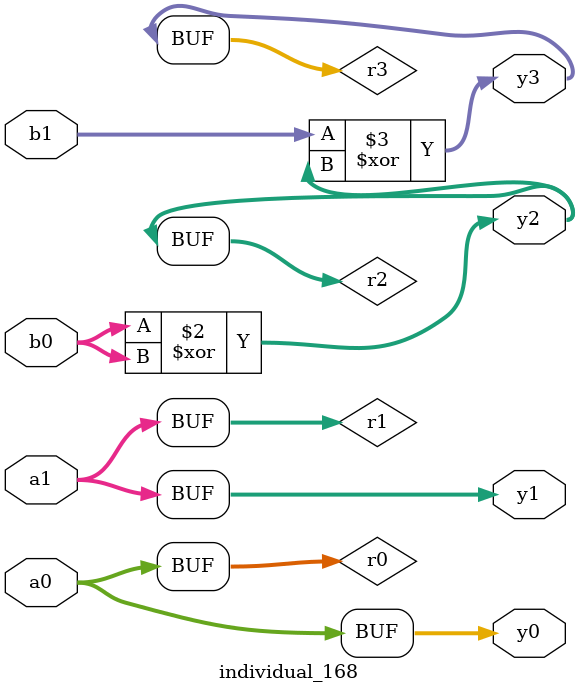
<source format=sv>
module individual_168(input logic [15:0] a1, input logic [15:0] a0, input logic [15:0] b1, input logic [15:0] b0, output logic [15:0] y3, output logic [15:0] y2, output logic [15:0] y1, output logic [15:0] y0);
logic [15:0] r0, r1, r2, r3; 
 always@(*) begin 
	 r0 = a0; r1 = a1; r2 = b0; r3 = b1; 
 	 r2  ^=  r2 ;
 	 r3  ^=  r2 ;
 	 y3 = r3; y2 = r2; y1 = r1; y0 = r0; 
end
endmodule
</source>
